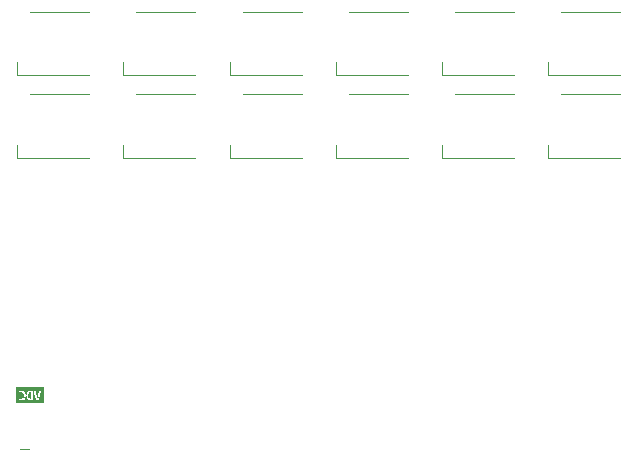
<source format=gbr>
%TF.GenerationSoftware,KiCad,Pcbnew,7.0.11-rc3*%
%TF.CreationDate,2025-03-16T23:28:45+08:00*%
%TF.ProjectId,mainhoop-light,6d61696e-686f-46f7-902d-6c696768742e,rev?*%
%TF.SameCoordinates,Original*%
%TF.FileFunction,Legend,Bot*%
%TF.FilePolarity,Positive*%
%FSLAX46Y46*%
G04 Gerber Fmt 4.6, Leading zero omitted, Abs format (unit mm)*
G04 Created by KiCad (PCBNEW 7.0.11-rc3) date 2025-03-16 23:28:45*
%MOMM*%
%LPD*%
G01*
G04 APERTURE LIST*
%ADD10C,0.100000*%
%ADD11C,0.120000*%
G04 APERTURE END LIST*
D10*
X73880951Y-74576466D02*
X73119047Y-74576466D01*
D11*
%TO.C,D22*%
X108900000Y-48800000D02*
X108900000Y-49900000D01*
X108900000Y-49900000D02*
X115000000Y-49900000D01*
X115000000Y-44500000D02*
X110000000Y-44500000D01*
%TO.C,D20*%
X99900000Y-48800000D02*
X99900000Y-49900000D01*
X99900000Y-49900000D02*
X106000000Y-49900000D01*
X106000000Y-44500000D02*
X101000000Y-44500000D01*
%TO.C,D7*%
X72900000Y-41800000D02*
X72900000Y-42900000D01*
X72900000Y-42900000D02*
X79000000Y-42900000D01*
X79000000Y-37500000D02*
X74000000Y-37500000D01*
%TO.C,D24*%
X117900000Y-48800000D02*
X117900000Y-49900000D01*
X117900000Y-49900000D02*
X124000000Y-49900000D01*
X124000000Y-44500000D02*
X119000000Y-44500000D01*
%TO.C,D12*%
X117900000Y-41800000D02*
X117900000Y-42900000D01*
X117900000Y-42900000D02*
X124000000Y-42900000D01*
X124000000Y-37500000D02*
X119000000Y-37500000D01*
%TO.C,kibuzzard-67907CEC*%
G36*
X74058420Y-69735205D02*
G01*
X74081280Y-69738380D01*
X74081280Y-70266700D01*
X74067310Y-70267970D01*
X74053340Y-70267970D01*
X73963805Y-70247650D01*
X73905385Y-70191770D01*
X73873635Y-70107315D01*
X73866491Y-70056039D01*
X73864110Y-70000000D01*
X73871730Y-69900940D01*
X73898400Y-69815850D01*
X73950470Y-69756795D01*
X74035560Y-69734570D01*
X74058420Y-69735205D01*
G37*
G36*
X75189143Y-70674793D02*
G01*
X74924560Y-70674793D01*
X74704850Y-70674793D01*
X74069850Y-70674793D01*
X73295150Y-70674793D01*
X73075440Y-70674793D01*
X72810857Y-70674793D01*
X72810857Y-70355600D01*
X73075440Y-70355600D01*
X73164975Y-70393065D01*
X73225776Y-70405924D01*
X73295150Y-70410210D01*
X73397314Y-70398357D01*
X73481981Y-70362797D01*
X73549150Y-70303530D01*
X73587488Y-70244554D01*
X73614873Y-70174307D01*
X73631303Y-70092789D01*
X73636780Y-70000000D01*
X73705360Y-70000000D01*
X73712186Y-70101124D01*
X73732665Y-70186055D01*
X73765209Y-70255746D01*
X73808230Y-70311150D01*
X73861094Y-70352901D01*
X73923165Y-70381635D01*
X73993174Y-70398304D01*
X74069850Y-70403860D01*
X74151765Y-70399415D01*
X74237490Y-70384810D01*
X74237490Y-69617730D01*
X74170603Y-69607570D01*
X74321310Y-69607570D01*
X74338296Y-69688215D01*
X74358775Y-69777750D01*
X74382588Y-69874111D01*
X74409575Y-69975235D01*
X74429260Y-70044662D01*
X74450215Y-70114935D01*
X74472440Y-70186055D01*
X74495582Y-70256822D01*
X74519289Y-70326037D01*
X74543560Y-70393700D01*
X74704850Y-70393700D01*
X74736283Y-70300355D01*
X74769620Y-70195580D01*
X74792057Y-70121991D01*
X74813647Y-70048542D01*
X74834390Y-69975235D01*
X74854004Y-69903339D01*
X74872208Y-69834124D01*
X74889000Y-69767590D01*
X74909955Y-69678690D01*
X74924560Y-69607570D01*
X74759460Y-69607570D01*
X74749935Y-69673451D01*
X74736600Y-69749175D01*
X74720566Y-69831090D01*
X74702945Y-69915545D01*
X74683895Y-70000635D01*
X74663575Y-70084455D01*
X74642779Y-70163354D01*
X74622300Y-70233680D01*
X74601980Y-70164306D01*
X74581660Y-70085725D01*
X74561975Y-70001905D01*
X74543560Y-69916815D01*
X74526415Y-69832201D01*
X74510540Y-69749810D01*
X74496570Y-69673610D01*
X74485140Y-69607570D01*
X74321310Y-69607570D01*
X74170603Y-69607570D01*
X74137160Y-69602490D01*
X74049530Y-69598680D01*
X73975394Y-69604395D01*
X73907925Y-69621540D01*
X73848711Y-69650909D01*
X73799340Y-69693295D01*
X73759811Y-69748857D01*
X73730125Y-69817755D01*
X73711551Y-69901099D01*
X73705360Y-70000000D01*
X73636780Y-70000000D01*
X73630113Y-69907607D01*
X73610110Y-69826010D01*
X73578201Y-69755684D01*
X73535815Y-69697105D01*
X73483745Y-69650750D01*
X73422785Y-69617095D01*
X73354364Y-69596616D01*
X73279910Y-69589790D01*
X73204345Y-69596775D01*
X73145290Y-69612650D01*
X73102745Y-69631700D01*
X73076710Y-69646940D01*
X73117350Y-69771400D01*
X73187835Y-69739015D01*
X73282450Y-69725680D01*
X73354205Y-69739015D01*
X73416435Y-69783465D01*
X73460885Y-69866650D01*
X73473744Y-69925070D01*
X73478030Y-69996190D01*
X73472879Y-70078952D01*
X73457428Y-70147743D01*
X73431675Y-70202565D01*
X73370556Y-70256381D01*
X73279910Y-70274320D01*
X73178945Y-70260350D01*
X73114810Y-70232410D01*
X73075440Y-70355600D01*
X72810857Y-70355600D01*
X72810857Y-69325207D01*
X73075440Y-69325207D01*
X74924560Y-69325207D01*
X75189143Y-69325207D01*
X75189143Y-70674793D01*
G37*
%TO.C,D18*%
X90900000Y-48800000D02*
X90900000Y-49900000D01*
X90900000Y-49900000D02*
X97000000Y-49900000D01*
X97000000Y-44500000D02*
X92000000Y-44500000D01*
%TO.C,D10*%
X99900000Y-41800000D02*
X99900000Y-42900000D01*
X99900000Y-42900000D02*
X106000000Y-42900000D01*
X106000000Y-37500000D02*
X101000000Y-37500000D01*
%TO.C,D14*%
X72900000Y-48800000D02*
X72900000Y-49900000D01*
X72900000Y-49900000D02*
X79000000Y-49900000D01*
X79000000Y-44500000D02*
X74000000Y-44500000D01*
%TO.C,D11*%
X108900000Y-41800000D02*
X108900000Y-42900000D01*
X108900000Y-42900000D02*
X115000000Y-42900000D01*
X115000000Y-37500000D02*
X110000000Y-37500000D01*
%TO.C,D9*%
X90900000Y-41800000D02*
X90900000Y-42900000D01*
X90900000Y-42900000D02*
X97000000Y-42900000D01*
X97000000Y-37500000D02*
X92000000Y-37500000D01*
%TO.C,D16*%
X81900000Y-48800000D02*
X81900000Y-49900000D01*
X81900000Y-49900000D02*
X88000000Y-49900000D01*
X88000000Y-44500000D02*
X83000000Y-44500000D01*
%TO.C,D8*%
X81900000Y-41800000D02*
X81900000Y-42900000D01*
X81900000Y-42900000D02*
X88000000Y-42900000D01*
X88000000Y-37500000D02*
X83000000Y-37500000D01*
%TD*%
M02*

</source>
